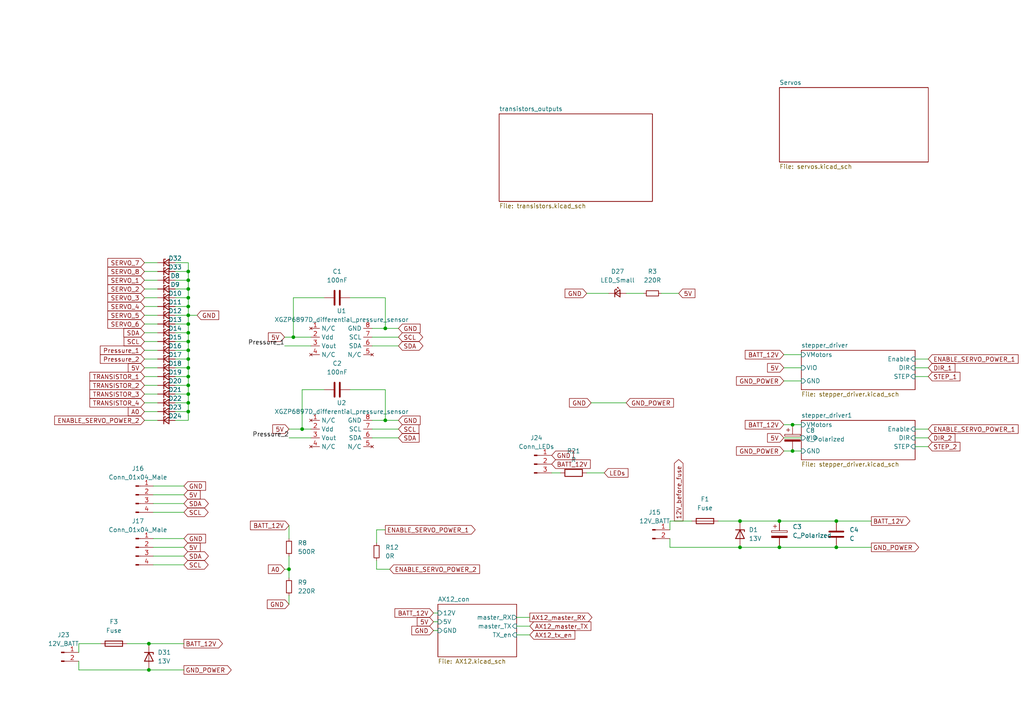
<source format=kicad_sch>
(kicad_sch (version 20211123) (generator eeschema)
  (paper "A4")
  (junction (at 229.87 130.81))
  (junction (at 351.79 106.68))
  (junction (at 54.61 114.3))
  (junction (at 54.61 78.74))
  (junction (at 85.09 97.79))
  (junction (at 229.87 123.19))
  (junction (at 351.79 96.52))
  (junction (at 54.61 93.98))
  (junction (at 54.61 116.84))
  (junction (at 54.61 119.38))
  (junction (at 351.79 104.14))
  (junction (at 54.61 109.22))
  (junction (at 54.61 86.36))
  (junction (at 54.61 81.28))
  (junction (at 43.18 186.69))
  (junction (at 226.06 158.75))
  (junction (at 54.61 99.06))
  (junction (at 111.76 121.92))
  (junction (at 54.61 101.6))
  (junction (at 242.57 158.75))
  (junction (at 351.79 93.98))
  (junction (at 54.61 88.9))
  (junction (at 87.63 124.46))
  (junction (at 54.61 96.52))
  (junction (at 43.18 194.31))
  (junction (at 54.61 111.76))
  (junction (at 54.61 106.68))
  (junction (at 111.76 95.25))
  (junction (at 351.79 88.9))
  (junction (at 214.63 151.13))
  (junction (at 351.79 91.44))
  (junction (at 83.82 165.1))
  (junction (at 54.61 91.44))
  (junction (at 242.57 151.13))
  (junction (at 214.63 158.75))
  (junction (at 226.06 151.13))
  (junction (at 54.61 83.82))
  (junction (at 54.61 104.14))
  (no_connect (at 417.83 96.52))
  (no_connect (at 417.83 55.88))
  (no_connect (at 388.62 -8.89))
  (no_connect (at 461.01 35.56))
  (no_connect (at 488.95 132.08))
  (no_connect (at 417.83 99.06))
  (no_connect (at 506.73 90.17))
  (no_connect (at 351.79 63.5))
  (no_connect (at 383.54 -8.89))
  (no_connect (at 478.79 132.08))
  (no_connect (at 504.19 132.08))
  (no_connect (at 381 -8.89))
  (no_connect (at 486.41 119.38))
  (no_connect (at 417.83 66.04))
  (no_connect (at 417.83 43.18))
  (no_connect (at 417.83 63.5))
  (no_connect (at 417.83 76.2))
  (no_connect (at 417.83 58.42))
  (no_connect (at 351.79 27.94))
  (no_connect (at 417.83 53.34))
  (no_connect (at 417.83 78.74))
  (no_connect (at 461.01 101.6))
  (no_connect (at 417.83 45.72))
  (no_connect (at 351.79 111.76))
  (no_connect (at 351.79 15.24))
  (no_connect (at 486.41 132.08))
  (no_connect (at 473.71 132.08))
  (no_connect (at 461.01 99.06))
  (no_connect (at 476.25 119.38))
  (no_connect (at 506.73 87.63))
  (no_connect (at 417.83 33.02))
  (no_connect (at 417.83 104.14))
  (no_connect (at 494.03 132.08))
  (no_connect (at 351.79 7.62))
  (no_connect (at 501.65 119.38))
  (no_connect (at 417.83 73.66))
  (no_connect (at 351.79 76.2))
  (no_connect (at 461.01 104.14))
  (no_connect (at 417.83 83.82))
  (no_connect (at 417.83 81.28))
  (no_connect (at 461.01 45.72))
  (no_connect (at 351.79 55.88))
  (no_connect (at 506.73 74.93))
  (no_connect (at 461.01 91.44))
  (no_connect (at 351.79 101.6))
  (no_connect (at 417.83 35.56))
  (no_connect (at 351.79 12.7))
  (no_connect (at 504.19 119.38))
  (no_connect (at 506.73 92.71))
  (no_connect (at 506.73 85.09))
  (no_connect (at 417.83 106.68))
  (no_connect (at 478.79 119.38))
  (no_connect (at 417.83 40.64))
  (no_connect (at 351.79 50.8))
  (no_connect (at 473.71 119.38))
  (no_connect (at 417.83 38.1))
  (no_connect (at 351.79 71.12))
  (no_connect (at 496.57 119.38))
  (no_connect (at 491.49 132.08))
  (no_connect (at 417.83 60.96))
  (no_connect (at 417.83 48.26))
  (no_connect (at 351.79 30.48))
  (no_connect (at 483.87 132.08))
  (no_connect (at 506.73 100.33))
  (no_connect (at 461.01 76.2))
  (no_connect (at 461.01 96.52))
  (no_connect (at 499.11 132.08))
  (no_connect (at 417.83 68.58))
  (no_connect (at 506.73 102.87))
  (no_connect (at 481.33 119.38))
  (no_connect (at 499.11 119.38))
  (no_connect (at 378.46 -8.89))
  (no_connect (at 351.79 66.04))
  (no_connect (at 391.16 -8.89))
  (no_connect (at 461.01 30.48))
  (no_connect (at 461.01 78.74))
  (no_connect (at 351.79 25.4))
  (no_connect (at 351.79 99.06))
  (no_connect (at 417.83 86.36))
  (no_connect (at 351.79 22.86))
  (no_connect (at 417.83 71.12))
  (no_connect (at 351.79 53.34))
  (no_connect (at 461.01 88.9))
  (no_connect (at 506.73 132.08))
  (no_connect (at 351.79 2.54))
  (no_connect (at 351.79 73.66))
  (no_connect (at 351.79 83.82))
  (no_connect (at 461.01 33.02))
  (no_connect (at 417.83 109.22))
  (no_connect (at 351.79 81.28))
  (no_connect (at 501.65 132.08))
  (no_connect (at 417.83 88.9))
  (no_connect (at 417.83 91.44))
  (no_connect (at 483.87 119.38))
  (no_connect (at 351.79 60.96))
  (no_connect (at 386.08 -8.89))
  (no_connect (at 417.83 50.8))
  (no_connect (at 351.79 10.16))
  (no_connect (at 417.83 111.76))
  (no_connect (at 496.57 132.08))
  (no_connect (at 488.95 119.38))
  (no_connect (at 417.83 101.6))
  (no_connect (at 461.01 93.98))
  (no_connect (at 494.03 119.38))
  (no_connect (at 506.73 72.39))
  (no_connect (at 351.79 5.08))
  (no_connect (at 351.79 58.42))
  (no_connect (at 417.83 93.98))
  (no_connect (at 476.25 132.08))
  (no_connect (at 481.33 132.08))
  (no_connect (at 491.49 119.38))
  (no_connect (at 351.79 68.58))
  (no_connect (at 506.73 25.4))
  (wire (pts (xy 351.79 106.68) (xy 351.79 109.22)))
  (wire (pts (xy 54.61 114.3) (xy 50.8 114.3)))
  (wire (pts (xy 208.28 151.13) (xy 214.63 151.13)))
  (wire (pts (xy 426.72 7.62) (xy 417.83 7.62)))
  (wire (pts (xy 107.95 97.79) (xy 115.57 97.79)))
  (wire (pts (xy 54.61 78.74) (xy 54.61 81.28)))
  (wire (pts (xy 194.31 153.67) (xy 194.31 151.13)))
  (wire (pts (xy 44.45 148.59) (xy 53.34 148.59)))
  (wire (pts (xy 44.45 156.21) (xy 53.34 156.21)))
  (wire (pts (xy 499.11 69.85) (xy 506.73 69.85)))
  (wire (pts (xy 194.31 158.75) (xy 194.31 156.21)))
  (wire (pts (xy 111.76 113.03) (xy 111.76 121.92)))
  (wire (pts (xy 54.61 76.2) (xy 54.61 78.74)))
  (wire (pts (xy 325.12 43.18) (xy 351.79 43.18)))
  (wire (pts (xy 54.61 116.84) (xy 54.61 119.38)))
  (wire (pts (xy 85.09 86.36) (xy 85.09 97.79)))
  (wire (pts (xy 54.61 91.44) (xy 54.61 93.98)))
  (wire (pts (xy 41.91 119.38) (xy 45.72 119.38)))
  (wire (pts (xy 83.82 165.1) (xy 83.82 167.64)))
  (wire (pts (xy 499.11 40.64) (xy 506.73 40.64)))
  (wire (pts (xy 54.61 81.28) (xy 54.61 83.82)))
  (wire (pts (xy 426.72 5.08) (xy 417.83 5.08)))
  (wire (pts (xy 499.11 43.18) (xy 506.73 43.18)))
  (wire (pts (xy 50.8 81.28) (xy 54.61 81.28)))
  (wire (pts (xy 107.95 121.92) (xy 111.76 121.92)))
  (wire (pts (xy 41.91 76.2) (xy 45.72 76.2)))
  (wire (pts (xy 82.55 97.79) (xy 85.09 97.79)))
  (wire (pts (xy 425.45 25.4) (xy 417.83 25.4)))
  (wire (pts (xy 499.11 22.86) (xy 506.73 22.86)))
  (wire (pts (xy 41.91 88.9) (xy 45.72 88.9)))
  (wire (pts (xy 325.12 45.72) (xy 351.79 45.72)))
  (wire (pts (xy 171.45 116.84) (xy 181.61 116.84)))
  (wire (pts (xy 242.57 158.75) (xy 252.73 158.75)))
  (wire (pts (xy 426.72 2.54) (xy 417.83 2.54)))
  (wire (pts (xy 461.01 63.5) (xy 467.36 63.5)))
  (wire (pts (xy 160.02 137.16) (xy 162.56 137.16)))
  (wire (pts (xy 41.91 121.92) (xy 45.72 121.92)))
  (wire (pts (xy 265.43 109.22) (xy 269.24 109.22)))
  (wire (pts (xy 107.95 127) (xy 115.57 127)))
  (wire (pts (xy 426.72 12.7) (xy 417.83 12.7)))
  (wire (pts (xy 43.18 186.69) (xy 53.34 186.69)))
  (wire (pts (xy 41.91 114.3) (xy 45.72 114.3)))
  (wire (pts (xy 170.18 137.16) (xy 175.26 137.16)))
  (wire (pts (xy 109.22 165.1) (xy 109.22 162.56)))
  (wire (pts (xy 499.11 30.48) (xy 506.73 30.48)))
  (wire (pts (xy 107.95 95.25) (xy 111.76 95.25)))
  (wire (pts (xy 191.77 85.09) (xy 196.85 85.09)))
  (wire (pts (xy 149.86 181.61) (xy 153.67 181.61)))
  (wire (pts (xy 461.01 73.66) (xy 467.36 73.66)))
  (wire (pts (xy 229.87 130.81) (xy 232.41 130.81)))
  (wire (pts (xy 214.63 151.13) (xy 226.06 151.13)))
  (wire (pts (xy 41.91 96.52) (xy 45.72 96.52)))
  (wire (pts (xy 54.61 93.98) (xy 54.61 96.52)))
  (wire (pts (xy 194.31 151.13) (xy 200.66 151.13)))
  (wire (pts (xy 87.63 113.03) (xy 87.63 124.46)))
  (wire (pts (xy 54.61 121.92) (xy 50.8 121.92)))
  (wire (pts (xy 214.63 158.75) (xy 226.06 158.75)))
  (wire (pts (xy 181.61 85.09) (xy 186.69 85.09)))
  (wire (pts (xy 109.22 153.67) (xy 111.76 153.67)))
  (wire (pts (xy 509.27 118.11) (xy 509.27 119.38)))
  (wire (pts (xy 499.11 59.69) (xy 506.73 59.69)))
  (wire (pts (xy 499.11 38.1) (xy 506.73 38.1)))
  (wire (pts (xy 349.25 17.78) (xy 351.79 17.78)))
  (wire (pts (xy 87.63 124.46) (xy 90.17 124.46)))
  (wire (pts (xy 50.8 78.74) (xy 54.61 78.74)))
  (wire (pts (xy 44.45 146.05) (xy 53.34 146.05)))
  (wire (pts (xy 41.91 101.6) (xy 45.72 101.6)))
  (wire (pts (xy 41.91 78.74) (xy 45.72 78.74)))
  (wire (pts (xy 425.45 20.32) (xy 417.83 20.32)))
  (wire (pts (xy 41.91 111.76) (xy 45.72 111.76)))
  (wire (pts (xy 351.79 104.14) (xy 351.79 106.68)))
  (wire (pts (xy 41.91 104.14) (xy 45.72 104.14)))
  (wire (pts (xy 265.43 124.46) (xy 269.24 124.46)))
  (wire (pts (xy 43.18 194.31) (xy 53.34 194.31)))
  (wire (pts (xy 226.06 158.75) (xy 242.57 158.75)))
  (wire (pts (xy 54.61 101.6) (xy 54.61 104.14)))
  (wire (pts (xy 54.61 116.84) (xy 50.8 116.84)))
  (wire (pts (xy 461.01 40.64) (xy 468.63 40.64)))
  (wire (pts (xy 461.01 43.18) (xy 468.63 43.18)))
  (wire (pts (xy 227.33 123.19) (xy 229.87 123.19)))
  (wire (pts (xy 50.8 93.98) (xy 54.61 93.98)))
  (wire (pts (xy 54.61 119.38) (xy 50.8 119.38)))
  (wire (pts (xy 325.12 40.64) (xy 351.79 40.64)))
  (wire (pts (xy 83.82 152.4) (xy 83.82 156.21)))
  (wire (pts (xy 425.45 17.78) (xy 417.83 17.78)))
  (wire (pts (xy 22.86 186.69) (xy 29.21 186.69)))
  (wire (pts (xy 50.8 91.44) (xy 54.61 91.44)))
  (wire (pts (xy 44.45 163.83) (xy 53.34 163.83)))
  (wire (pts (xy 54.61 86.36) (xy 54.61 88.9)))
  (wire (pts (xy 93.98 86.36) (xy 85.09 86.36)))
  (wire (pts (xy 44.45 161.29) (xy 53.34 161.29)))
  (wire (pts (xy 426.72 15.24) (xy 417.83 15.24)))
  (wire (pts (xy 83.82 124.46) (xy 87.63 124.46)))
  (wire (pts (xy 426.72 10.16) (xy 417.83 10.16)))
  (wire (pts (xy 41.91 93.98) (xy 45.72 93.98)))
  (wire (pts (xy 22.86 194.31) (xy 22.86 191.77)))
  (wire (pts (xy 461.01 68.58) (xy 467.36 68.58)))
  (wire (pts (xy 499.11 67.31) (xy 506.73 67.31)))
  (wire (pts (xy 461.01 38.1) (xy 468.63 38.1)))
  (wire (pts (xy 54.61 106.68) (xy 54.61 109.22)))
  (wire (pts (xy 499.11 62.23) (xy 506.73 62.23)))
  (wire (pts (xy 227.33 102.87) (xy 232.41 102.87)))
  (wire (pts (xy 54.61 111.76) (xy 54.61 114.3)))
  (wire (pts (xy 54.61 83.82) (xy 54.61 86.36)))
  (wire (pts (xy 50.8 106.68) (xy 54.61 106.68)))
  (wire (pts (xy 44.45 143.51) (xy 53.34 143.51)))
  (wire (pts (xy 54.61 104.14) (xy 54.61 106.68)))
  (wire (pts (xy 111.76 121.92) (xy 115.57 121.92)))
  (wire (pts (xy 54.61 96.52) (xy 54.61 99.06)))
  (wire (pts (xy 347.98 104.14) (xy 351.79 104.14)))
  (wire (pts (xy 41.91 106.68) (xy 45.72 106.68)))
  (wire (pts (xy 499.11 64.77) (xy 506.73 64.77)))
  (wire (pts (xy 50.8 83.82) (xy 54.61 83.82)))
  (wire (pts (xy 349.25 20.32) (xy 351.79 20.32)))
  (wire (pts (xy 50.8 101.6) (xy 54.61 101.6)))
  (wire (pts (xy 499.11 33.02) (xy 506.73 33.02)))
  (wire (pts (xy 461.01 71.12) (xy 467.36 71.12)))
  (wire (pts (xy 499.11 57.15) (xy 506.73 57.15)))
  (wire (pts (xy 325.12 48.26) (xy 351.79 48.26)))
  (wire (pts (xy 54.61 119.38) (xy 54.61 121.92)))
  (wire (pts (xy 44.45 158.75) (xy 53.34 158.75)))
  (wire (pts (xy 41.91 86.36) (xy 45.72 86.36)))
  (wire (pts (xy 41.91 116.84) (xy 45.72 116.84)))
  (wire (pts (xy 50.8 86.36) (xy 54.61 86.36)))
  (wire (pts (xy 111.76 95.25) (xy 115.57 95.25)))
  (wire (pts (xy 107.95 100.33) (xy 115.57 100.33)))
  (wire (pts (xy 82.55 100.33) (xy 90.17 100.33)))
  (wire (pts (xy 54.61 99.06) (xy 50.8 99.06)))
  (wire (pts (xy 351.79 91.44) (xy 351.79 93.98)))
  (wire (pts (xy 22.86 194.31) (xy 43.18 194.31)))
  (wire (pts (xy 111.76 86.36) (xy 111.76 95.25)))
  (wire (pts (xy 54.61 109.22) (xy 54.61 111.76)))
  (wire (pts (xy 227.33 130.81) (xy 229.87 130.81)))
  (wire (pts (xy 54.61 88.9) (xy 54.61 91.44)))
  (wire (pts (xy 50.8 76.2) (xy 54.61 76.2)))
  (wire (pts (xy 265.43 127) (xy 269.24 127)))
  (wire (pts (xy 113.03 165.1) (xy 109.22 165.1)))
  (wire (pts (xy 499.11 35.56) (xy 506.73 35.56)))
  (wire (pts (xy 41.91 91.44) (xy 45.72 91.44)))
  (wire (pts (xy 54.61 114.3) (xy 54.61 116.84)))
  (wire (pts (xy 44.45 140.97) (xy 53.34 140.97)))
  (wire (pts (xy 227.33 110.49) (xy 232.41 110.49)))
  (wire (pts (xy 50.8 96.52) (xy 54.61 96.52)))
  (wire (pts (xy 36.83 186.69) (xy 43.18 186.69)))
  (wire (pts (xy 149.86 184.15) (xy 153.67 184.15)))
  (wire (pts (xy 50.8 88.9) (xy 54.61 88.9)))
  (wire (pts (xy 509.27 133.35) (xy 509.27 132.08)))
  (wire (pts (xy 109.22 153.67) (xy 109.22 157.48)))
  (wire (pts (xy 41.91 81.28) (xy 45.72 81.28)))
  (wire (pts (xy 425.45 30.48) (xy 417.83 30.48)))
  (wire (pts (xy 41.91 83.82) (xy 45.72 83.82)))
  (wire (pts (xy 50.8 111.76) (xy 54.61 111.76)))
  (wire (pts (xy 265.43 104.14) (xy 269.24 104.14)))
  (wire (pts (xy 54.61 109.22) (xy 50.8 109.22)))
  (wire (pts (xy 227.33 127) (xy 232.41 127)))
  (wire (pts (xy 83.82 127) (xy 90.17 127)))
  (wire (pts (xy 226.06 151.13) (xy 242.57 151.13)))
  (wire (pts (xy 107.95 124.46) (xy 115.57 124.46)))
  (wire (pts (xy 125.73 177.8) (xy 127 177.8)))
  (wire (pts (xy 82.55 165.1) (xy 83.82 165.1)))
  (wire (pts (xy 125.73 180.34) (xy 127 180.34)))
  (wire (pts (xy 54.61 99.06) (xy 54.61 101.6)))
  (wire (pts (xy 83.82 172.72) (xy 83.82 175.26)))
  (wire (pts (xy 85.09 97.79) (xy 90.17 97.79)))
  (wire (pts (xy 54.61 104.14) (xy 50.8 104.14)))
  (wire (pts (xy 351.79 93.98) (xy 351.79 96.52)))
  (wire (pts (xy 41.91 109.22) (xy 45.72 109.22)))
  (wire (pts (xy 351.79 96.52) (xy 351.79 97.79)))
  (wire (pts (xy 83.82 161.29) (xy 83.82 165.1)))
  (wire (pts (xy 499.11 20.32) (xy 506.73 20.32)))
  (wire (pts (xy 347.98 88.9) (xy 351.79 88.9)))
  (wire (pts (xy 425.45 27.94) (xy 417.83 27.94)))
  (wire (pts (xy 499.11 27.94) (xy 506.73 27.94)))
  (wire (pts (xy 325.12 35.56) (xy 351.79 35.56)))
  (wire (pts (xy 41.91 99.06) (xy 45.72 99.06)))
  (wire (pts (xy 325.12 38.1) (xy 351.79 38.1)))
  (wire (pts (xy 242.57 151.13) (xy 252.73 151.13)))
  (wire (pts (xy 229.87 123.19) (xy 232.41 123.19)))
  (wire (pts (xy 227.33 106.68) (xy 232.41 106.68)))
  (wire (pts (xy 54.61 91.44) (xy 57.15 91.44)))
  (wire (pts (xy 351.79 88.9) (xy 351.79 91.44)))
  (wire (pts (xy 125.73 182.88) (xy 127 182.88)))
  (wire (pts (xy 149.86 179.07) (xy 153.67 179.07)))
  (wire (pts (xy 425.45 22.86) (xy 417.83 22.86)))
  (wire (pts (xy 461.01 60.96) (xy 467.36 60.96)))
  (wire (pts (xy 265.43 129.54) (xy 269.24 129.54)))
  (wire (pts (xy 461.01 66.04) (xy 467.36 66.04)))
  (wire (pts (xy 194.31 158.75) (xy 214.63 158.75)))
  (wire (pts (xy 101.6 86.36) (xy 111.76 86.36)))
  (wire (pts (xy 93.98 113.03) (xy 87.63 113.03)))
  (wire (pts (xy 22.86 189.23) (xy 22.86 186.69)))
  (wire (pts (xy 101.6 113.03) (xy 111.76 113.03)))
  (wire (pts (xy 265.43 106.68) (xy 269.24 106.68)))
  (wire (pts (xy 170.18 85.09) (xy 176.53 85.09)))
  (text "SDA/SCL" (at 499.11 102.87 0) (effects (font (size 1.27 1.27)) (justify left bottom)))
  (label "Pressure_2" (at 83.82 127 180))
  (label "Pressure_1" (at 82.55 100.33 180))
  (global_label "SERVO_2" (shape output) (at 426.72 10.16 0) (property "Intersheet References" "${INTERSHEET_REFS}" (effects hide)))
  (global_label "SDA" (shape bidirectional) (at 53.34 161.29 0) (property "Intersheet References" "${INTERSHEET_REFS}" (effects hide)))
  (global_label "ENABLE_SERVO_POWER_1" (shape output) (at 111.76 153.67 0) (property "Intersheet References" "${INTERSHEET_REFS}" (effects hide)))
  (global_label "AX12_master_TX" (shape input) (at 153.67 181.61 0) (property "Intersheet References" "${INTERSHEET_REFS}" (effects hide)))
  (global_label "5V" (shape bidirectional) (at 509.27 133.35 270) (property "Intersheet References" "${INTERSHEET_REFS}" (effects hide)))
  (global_label "SPI_MOSI" (shape output) (at 471.17 132.08 270) (property "Intersheet References" "${INTERSHEET_REFS}" (effects hide)))
  (global_label "SERVO_6" (shape input) (at 41.91 93.98 180) (property "Intersheet References" "${INTERSHEET_REFS}" (effects hide)))
  (global_label "GND" (shape input) (at 53.34 140.97 0) (property "Intersheet References" "${INTERSHEET_REFS}" (effects hide)))
  (global_label "SERVO_4" (shape output) (at 499.11 40.64 180) (property "Intersheet References" "${INTERSHEET_REFS}" (effects hide)))
  (global_label "SCL" (shape bidirectional) (at 53.34 148.59 0) (property "Intersheet References" "${INTERSHEET_REFS}" (effects hide)))
  (global_label "SERVO_5" (shape output) (at 499.11 38.1 180) (property "Intersheet References" "${INTERSHEET_REFS}" (effects hide)))
  (global_label "GND" (shape input) (at 160.02 132.08 0) (property "Intersheet References" "${INTERSHEET_REFS}" (effects hide)))
  (global_label "5V" (shape input) (at 83.82 124.46 180) (property "Intersheet References" "${INTERSHEET_REFS}" (effects hide)))
  (global_label "AX12_tx_en" (shape input) (at 153.67 184.15 0) (property "Intersheet References" "${INTERSHEET_REFS}" (effects hide)))
  (global_label "GND" (shape input) (at 115.57 95.25 0) (property "Intersheet References" "${INTERSHEET_REFS}" (effects hide)))
  (global_label "BATT_12V" (shape input) (at 227.33 102.87 180) (property "Intersheet References" "${INTERSHEET_REFS}" (effects hide)))
  (global_label "SDA" (shape bidirectional) (at 467.36 71.12 0) (property "Intersheet References" "${INTERSHEET_REFS}" (effects hide)))
  (global_label "LEDs" (shape input) (at 175.26 137.16 0) (property "Intersheet References" "${INTERSHEET_REFS}" (effects hide)))
  (global_label "5V" (shape input) (at 125.73 180.34 180) (property "Intersheet References" "${INTERSHEET_REFS}" (effects hide)))
  (global_label "SERVO_5" (shape input) (at 41.91 91.44 180) (property "Intersheet References" "${INTERSHEET_REFS}" (effects hide)))
  (global_label "SDA" (shape bidirectional) (at 115.57 100.33 0) (property "Intersheet References" "${INTERSHEET_REFS}" (effects hide)))
  (global_label "A0" (shape input) (at 41.91 119.38 180) (property "Intersheet References" "${INTERSHEET_REFS}" (effects hide)))
  (global_label "5V" (shape input) (at 53.34 158.75 0) (property "Intersheet References" "${INTERSHEET_REFS}" (effects hide)))
  (global_label "SERVO_7" (shape input) (at 41.91 76.2 180) (property "Intersheet References" "${INTERSHEET_REFS}" (effects hide)))
  (global_label "ENABLE_SERVO_POWER_1" (shape input) (at 269.24 104.14 0) (property "Intersheet References" "${INTERSHEET_REFS}" (effects hide)))
  (global_label "GND" (shape input) (at 171.45 116.84 180) (property "Intersheet References" "${INTERSHEET_REFS}" (effects hide)))
  (global_label "AX12_master_RX" (shape output) (at 153.67 179.07 0) (property "Intersheet References" "${INTERSHEET_REFS}" (effects hide)))
  (global_label "AX12_master_RX" (shape input) (at 506.73 97.79 180) (property "Intersheet References" "${INTERSHEET_REFS}" (effects hide)))
  (global_label "SPI_MOSI" (shape input) (at 455.93 153.67 0) (property "Intersheet References" "${INTERSHEET_REFS}" (effects hide)))
  (global_label "5V" (shape bidirectional) (at 468.63 38.1 0) (property "Intersheet References" "${INTERSHEET_REFS}" (effects hide)))
  (global_label "TRANSISTOR_1" (shape output) (at 426.72 2.54 0) (property "Intersheet References" "${INTERSHEET_REFS}" (effects hide)))
  (global_label "BATT_12V" (shape input) (at 227.33 123.19 180) (property "Intersheet References" "${INTERSHEET_REFS}" (effects hide)))
  (global_label "TRANSISTOR_2" (shape output) (at 499.11 64.77 180) (property "Intersheet References" "${INTERSHEET_REFS}" (effects hide)))
  (global_label "TRANSISTOR_3" (shape output) (at 425.45 17.78 0) (property "Intersheet References" "${INTERSHEET_REFS}" (effects hide)))
  (global_label "5V" (shape input) (at 227.33 127 180) (property "Intersheet References" "${INTERSHEET_REFS}" (effects hide)))
  (global_label "5V" (shape input) (at 196.85 85.09 0) (property "Intersheet References" "${INTERSHEET_REFS}" (effects hide)))
  (global_label "A0" (shape input) (at 82.55 165.1 180) (property "Intersheet References" "${INTERSHEET_REFS}" (effects hide)))
  (global_label "TRANSISTOR_3" (shape input) (at 41.91 114.3 180) (property "Intersheet References" "${INTERSHEET_REFS}" (effects hide)))
  (global_label "SERVO_8" (shape output) (at 425.45 30.48 0) (property "Intersheet References" "${INTERSHEET_REFS}" (effects hide)))
  (global_label "BATT_12V" (shape input) (at 83.82 152.4 180) (property "Intersheet References" "${INTERSHEET_REFS}" (effects hide)))
  (global_label "ENABLE_SERVO_POWER_2" (shape output) (at 467.36 63.5 0) (property "Intersheet References" "${INTERSHEET_REFS}" (effects hide)))
  (global_label "SCL" (shape bidirectional) (at 325.12 48.26 180) (property "Intersheet References" "${INTERSHEET_REFS}" (effects hide)))
  (global_label "BATT_12V" (shape input) (at 125.73 177.8 180) (property "Intersheet References" "${INTERSHEET_REFS}" (effects hide)))
  (global_label "GND" (shape input) (at 466.09 119.38 90) (property "Intersheet References" "${INTERSHEET_REFS}" (effects hide)))
  (global_label "SPI_MISO" (shape output) (at 455.93 146.05 0) (property "Intersheet References" "${INTERSHEET_REFS}" (effects hide)))
  (global_label "SPI_SS" (shape output) (at 468.63 132.08 270) (property "Intersheet References" "${INTERSHEET_REFS}" (effects hide)))
  (global_label "SDA" (shape input) (at 115.57 127 0) (property "Intersheet References" "${INTERSHEET_REFS}" (effects hide)))
  (global_label "GND" (shape input) (at 499.11 27.94 180) (property "Intersheet References" "${INTERSHEET_REFS}" (effects hide)))
  (global_label "ENABLE_SERVO_POWER_2" (shape output) (at 325.12 38.1 180) (property "Intersheet References" "${INTERSHEET_REFS}" (effects hide)))
  (global_label "SERVO_2" (shape output) (at 499.11 62.23 180) (property "Intersheet References" "${INTERSHEET_REFS}" (effects hide)))
  (global_label "ENABLE_SERVO_POWER_2" (shape input) (at 41.91 121.92 180) (property "Intersheet References" "${INTERSHEET_REFS}" (effects hide)))
  (global_label "SPI_SS" (shape input) (at 455.93 151.13 0) (property "Intersheet References" "${INTERSHEET_REFS}" (effects hide)))
  (global_label "SERVO_2" (shape input) (at 41.91 83.82 180) (property "Intersheet References" "${INTERSHEET_REFS}" (effects hide)))
  (global_label "SERVO_8" (shape output) (at 499.11 30.48 180) (property "Intersheet References" "${INTERSHEET_REFS}" (effects hide)))
  (global_label "GND" (shape input) (at 466.09 132.08 270) (property "Intersheet References" "${INTERSHEET_REFS}" (effects hide)))
  (global_label "BATT_12V" (shape output) (at 252.73 151.13 0) (property "Intersheet References" "${INTERSHEET_REFS}" (effects hide)))
  (global_label "SCL" (shape input) (at 41.91 99.06 180) (property "Intersheet References" "${INTERSHEET_REFS}" (effects hide)))
  (global_label "SERVO_1" (shape input) (at 41.91 81.28 180) (property "Intersheet References" "${INTERSHEET_REFS}" (effects hide)))
  (global_label "AX12_master_TX" (shape output) (at 349.25 20.32 180) (property "Intersheet References" "${INTERSHEET_REFS}" (effects hide)))
  (global_label "SERVO_5" (shape output) (at 425.45 22.86 0) (property "Intersheet References" "${INTERSHEET_REFS}" (effects hide)))
  (global_label "SERVO_8" (shape input) (at 41.91 78.74 180) (property "Intersheet References" "${INTERSHEET_REFS}" (effects hide)))
  (global_label "TRANSISTOR_2" (shape input) (at 41.91 111.76 180) (property "Intersheet References" "${INTERSHEET_REFS}" (effects hide)))
  (global_label "SCL" (shape bidirectional) (at 115.57 97.79 0) (property "Intersheet References" "${INTERSHEET_REFS}" (effects hide)))
  (global_label "GND" (shape input) (at 468.63 43.18 0) (property "Intersheet References" "${INTERSHEET_REFS}" (effects hide)))
  (global_label "Pressure_1" (shape input) (at 325.12 40.64 180) (property "Intersheet References" "${INTERSHEET_REFS}" (effects hide)))
  (global_label "TRANSISTOR_4" (shape output) (at 425.45 27.94 0) (property "Intersheet References" "${INTERSHEET_REFS}" (effects hide)))
  (global_label "GND" (shape input) (at 468.63 40.64 0) (property "Intersheet References" "${INTERSHEET_REFS}" (effects hide)))
  (global_label "SCL" (shape bidirectional) (at 467.36 73.66 0) (property "Intersheet References" "${INTERSHEET_REFS}" (effects hide)))
  (global_label "GND" (shape input) (at 57.15 91.44 0) (property "Intersheet References" "${INTERSHEET_REFS}" (effects hide)))
  (global_label "Pressure_1" (shape input) (at 41.91 101.6 180) (property "Intersheet References" "${INTERSHEET_REFS}" (effects hide)))
  (global_label "GND_POWER" (shape input) (at 227.33 130.81 180) (property "Intersheet References" "${INTERSHEET_REFS}" (effects hide)))
  (global_label "5V" (shape bidirectional) (at 347.98 104.14 180) (property "Intersheet References" "${INTERSHEET_REFS}" (effects hide)))
  (global_label "5V" (shape bidirectional) (at 509.27 118.11 90) (property "Intersheet References" "${INTERSHEET_REFS}" (effects hide)))
  (global_label "5V" (shape input) (at 53.34 143.51 0) (property "Intersheet References" "${INTERSHEET_REFS}" (effects hide)))
  (global_label "5V" (shape input) (at 82.55 97.79 180) (property "Intersheet References" "${INTERSHEET_REFS}" (effects hide)))
  (global_label "TRANSISTOR_1" (shape input) (at 41.91 109.22 180) (property "Intersheet References" "${INTERSHEET_REFS}" (effects hide)))
  (global_label "SERVO_7" (shape output) (at 499.11 57.15 180) (property "Intersheet References" "${INTERSHEET_REFS}" (effects hide)))
  (global_label "SERVO_4" (shape output) (at 425.45 20.32 0) (property "Intersheet References" "${INTERSHEET_REFS}" (effects hide)))
  (global_label "TRANSISTOR_2" (shape output) (at 426.72 7.62 0) (property "Intersheet References" "${INTERSHEET_REFS}" (effects hide)))
  (global_label "AX12_master_TX" (shape output) (at 506.73 95.25 180) (property "Intersheet References" "${INTERSHEET_REFS}" (effects hide)))
  (global_label "5V" (shape input) (at 41.91 106.68 180) (property "Intersheet References" "${INTERSHEET_REFS}" (effects hide)))
  (global_label "GND" (shape input) (at 53.34 156.21 0) (property "Intersheet References" "${INTERSHEET_REFS}" (effects hide)))
  (global_label "SDA" (shape input) (at 41.91 96.52 180) (property "Intersheet References" "${INTERSHEET_REFS}" (effects hide)))
  (global_label "SPI_SCK" (shape output) (at 468.63 119.38 90) (property "Intersheet References" "${INTERSHEET_REFS}" (effects hide)))
  (global_label "GND" (shape input) (at 83.82 175.26 180) (property "Intersheet References" "${INTERSHEET_REFS}" (effects hide)))
  (global_label "TRANSISTOR_4" (shape output) (at 499.11 33.02 180) (property "Intersheet References" "${INTERSHEET_REFS}" (effects hide)))
  (global_label "AX12_tx_en" (shape output) (at 506.73 119.38 90) (property "Intersheet References" "${INTERSHEET_REFS}" (effects hide)))
  (global_label "DIR_1" (shape input) (at 269.24 106.68 0) (property "Intersheet References" "${INTERSHEET_REFS}" (effects hide)))
  (global_label "BATT_12V" (shape input) (at 160.02 134.62 0) (property "Intersheet References" "${INTERSHEET_REFS}" (effects hide)))
  (global_label "Pressure_2" (shape input) (at 325.12 43.18 180) (property "Intersheet References" "${INTERSHEET_REFS}" (effects hide)))
  (global_label "SCL" (shape bidirectional) (at 499.11 20.32 180) (property "Intersheet References" "${INTERSHEET_REFS}" (effects hide)))
  (global_label "TRANSISTOR_1" (shape output) (at 499.11 69.85 180) (property "Intersheet References" "${INTERSHEET_REFS}" (effects hide)))
  (global_label "GND_POWER" (shape output) (at 252.73 158.75 0) (property "Intersheet References" "${INTERSHEET_REFS}" (effects hide)))
  (global_label "STEP_1" (shape input) (at 269.24 109.22 0) (property "Intersheet References" "${INTERSHEET_REFS}" (effects hide)))
  (global_label "Pressure_1" (shape input) (at 467.36 66.04 0) (property "Intersheet References" "${INTERSHEET_REFS}" (effects hide)))
  (global_label "SERVO_6" (shape output) (at 499.11 35.56 180) (property "Intersheet References" "${INTERSHEET_REFS}" (effects hide)))
  (global_label "SERVO_7" (shape output) (at 426.72 15.24 0) (property "Intersheet References" "${INTERSHEET_REFS}" (effects hide)))
  (global_label "SPI_MISO" (shape input) (at 471.17 119.38 90) (property "Intersheet References" "${INTERSHEET_REFS}" (effects hide)))
  (global_label "GND_POWER" (shape output) (at 53.34 194.31 0) (property "Intersheet References" "${INTERSHEET_REFS}" (effects hide)))
  (global_label "GND" (shape input) (at 347.98 88.9 180) (property "Intersheet References" "${INTERSHEET_REFS}" (effects hide)))
  (global_label "ENABLE_SERVO_POWER_1" (shape input) (at 269.24 124.46 0) (property "Intersheet References" "${INTERSHEET_REFS}" (effects hide)))
  (global_label "STEP_2" (shape input) (at 269.24 129.54 0) (property "Intersheet References" "${INTERSHEET_REFS}" (effects hide)))
  (global_label "SERVO_1" (shape output) (at 426.72 5.08 0) (property "Intersheet References" "${INTERSHEET_REFS}" (effects hide)))
  (global_label "A0" (shape output) (at 325.12 35.56 180) (property "Intersheet References" "${INTERSHEET_REFS}" (effects hide)))
  (global_label "SPI_SCK" (shape input) (at 455.93 148.59 0) (property "Intersheet References" "${INTERSHEET_REFS}" (effects hide)))
  (global_label "SERVO_1" (shape output) (at 499.11 67.31 180) (property "Intersheet References" "${INTERSHEET_REFS}" (effects hide)))
  (global_label "Pressure_2" (shape input) (at 467.36 68.58 0) (property "Intersheet References" "${INTERSHEET_REFS}" (effects hide)))
  (global_label "SERVO_3" (shape output) (at 426.72 12.7 0) (property "Intersheet References" "${INTERSHEET_REFS}" (effects hide)))
  (global_label "SDA" (shape bidirectional) (at 53.34 146.05 0) (property "Intersheet References" "${INTERSHEET_REFS}" (effects hide)))
  (global_label "SCL" (shape bidirectional) (at 53.34 163.83 0) (property "Intersheet References" "${INTERSHEET_REFS}" (effects hide)))
  (global_label "GND" (shape input) (at 455.93 158.75 0) (property "Intersheet References" "${INTERSHEET_REFS}" (effects hide)))
  (global_label "Pressure_2" (shape input) (at 41.91 104.14 180) (property "Intersheet References" "${INTERSHEET_REFS}" (effects hide)))
  (global_label "AX12_master_RX" (shape input) (at 349.25 17.78 180) (property "Intersheet References" "${INTERSHEET_REFS}" (effects hide)))
  (global_label "GND_POWER" (shape input) (at 227.33 110.49 180) (property "Intersheet References" "${INTERSHEET_REFS}" (effects hide)))
  (global_label "DIR_2" (shape input) (at 269.24 127 0) (property "Intersheet References" "${INTERSHEET_REFS}" (effects hide)))
  (global_label "TRANSISTOR_3" (shape output) (at 499.11 43.18 180) (property "Intersheet References" "${INTERSHEET_REFS}" (effects hide)))
  (global_label "5V" (shape input) (at 227.33 106.68 180) (property "Intersheet References" "${INTERSHEET_REFS}" (effects hide)))
  (global_label "GND" (shape input) (at 170.18 85.09 180) (property "Intersheet References" "${INTERSHEET_REFS}" (effects hide)))
  (global_label "SDA" (shape bidirectional) (at 325.12 45.72 180) (property "Intersheet References" "${INTERSHEET_REFS}" (effects hide)))
  (global_label "SERVO_3" (shape output) (at 499.11 59.69 180) (property "Intersheet References" "${INTERSHEET_REFS}" (effects hide)))
  (global_label "SERVO_4" (shape input) (at 41.91 88.9 180) (property "Intersheet References" "${INTERSHEET_REFS}" (effects hide)))
  (global_label "GND" (shape input) (at 115.57 121.92 0) (property "Intersheet References" "${INTERSHEET_REFS}" (effects hide)))
  (global_label "SERVO_6" (shape output) (at 425.45 25.4 0) (property "Intersheet References" "${INTERSHEET_REFS}" (effects hide)))
  (global_label "GND_POWER" (shape input) (at 181.61 116.84 0) (property "Intersheet References" "${INTERSHEET_REFS}" (effects hide)))
  (global_label "BATT_12V" (shape output) (at 53.34 186.69 0) (property "Intersheet References" "${INTERSHEET_REFS}" (effects hide)))
  (global_label "GND" (shape input) (at 125.73 182.88 180) (property "Intersheet References" "${INTERSHEET_REFS}" (effects hide)))
  (global_label "SERVO_3" (shape input) (at 41.91 86.36 180) (property "Intersheet References" "${INTERSHEET_REFS}" (effects hide)))
  (global_label "SCL" (shape input) (at 115.57 124.46 0) (property "Intersheet References" "${INTERSHEET_REFS}" (effects hide)))
  (global_label "A0" (shape output) (at 467.36 60.96 0) (property "Intersheet References" "${INTERSHEET_REFS}" (effects hide)))
  (global_label "12V_before_fuse" (shape output) (at 196.85 151.13 90) (property "Intersheet References" "${INTERSHEET_REFS}" (effects hide)))
  (global_label "LEDs" (shape output) (at 461.01 86.36 0) (property "Intersheet References" "${INTERSHEET_REFS}" (effects hide)))
  (global_label "5V" (shape input) (at 455.93 156.21 0) (property "Intersheet References" "${INTERSHEET_REFS}" (effects hide)))
  (global_label "ENABLE_SERVO_POWER_2" (shape input) (at 113.03 165.1 0) (property "Intersheet References" "${INTERSHEET_REFS}" (effects hide)))
  (global_label "TRANSISTOR_4" (shape input) (at 41.91 116.84 180) (property "Intersheet References" "${INTERSHEET_REFS}" (effects hide)))
  (global_label "SDA" (shape bidirectional) (at 499.11 22.86 180) (property "Intersheet References" "${INTERSHEET_REFS}" (effects hide)))
  (symbol (lib_id "Connector:Conn_01x10_Male") (at 511.81 33.02 180) (unit 1)
    (property "Reference" "J3" (at 511.175 45.72 0))
    (property "Value" "Conn_Arduino_D8_D13" (at 511.175 43.18 0))
    (property "Footprint" "Connector_PinHeader_2.54mm:PinHeader_1x10_P2.54mm_Vertical" (effects hide))
  )
  (symbol (lib_id "Device:D_Zener_Small") (at 48.26 81.28 0) (unit 1)
    (property "Reference" "D8" (at 50.8 80.01 0))
    (property "Value" "D_Zener_Small" (effects hide))
    (property "Footprint" "Diode_SMD:D_1206_3216Metric" (effects hide))
  )
  (symbol (lib_id "Device:D_Zener_Small") (at 48.26 106.68 0) (unit 1)
    (property "Reference" "D18" (at 50.8 105.41 0))
    (property "Value" "D_Zener_Small" (effects hide))
    (property "Footprint" "Diode_SMD:D_1206_3216Metric" (effects hide))
  )
  (symbol (lib_id "Device:D_Zener_Small") (at 48.26 121.92 0) (unit 1)
    (property "Reference" "D24" (at 50.8 120.65 0))
    (property "Value" "D_Zener_Small" (effects hide))
    (property "Footprint" "Diode_SMD:D_1206_3216Metric" (effects hide))
  )
  (symbol (lib_id "Connector:Conn_01x06_Male") (at 450.85 151.13 0) (unit 1)
    (property "Reference" "J22" (at 451.485 140.97 0))
    (property "Value" "Conn_01x06_Male" (at 451.485 143.51 0))
    (property "Footprint" "Connector_PinHeader_2.54mm:PinHeader_1x06_P2.54mm_Vertical" (effects hide))
  )
  (symbol (lib_id "Device:D_Zener_Small") (at 48.26 109.22 0) (unit 1)
    (property "Reference" "D19" (at 50.8 107.95 0))
    (property "Value" "D_Zener_Small" (effects hide))
    (property "Footprint" "Diode_SMD:D_1206_3216Metric" (effects hide))
  )
  (symbol (lib_id "Device:LED_Small") (at 179.07 85.09 0) (unit 1)
    (property "Reference" "D27" (at 179.1335 78.74 0))
    (property "Value" "LED_Small" (at 179.1335 81.28 0))
    (property "Footprint" "LED_SMD:LED_0805_2012Metric" (effects hide))
  )
  (symbol (lib_id "Connector:Conn_01x08_Male") (at 511.81 67.31 180) (unit 1)
    (property "Reference" "J4" (at 511.175 80.01 0))
    (property "Value" "Conn_Arduino_D0_D7" (at 511.175 77.47 0))
    (property "Footprint" "Connector_PinHeader_2.54mm:PinHeader_1x08_P2.54mm_Vertical" (effects hide))
  )
  (symbol (lib_id "Connector:Conn_01x08_Male") (at 455.93 68.58 0) (unit 1)
    (property "Reference" "J2" (at 456.565 55.88 0))
    (property "Value" "Conn_Arduino_D0_D7" (at 456.565 58.42 0))
    (property "Footprint" "Connector_PinHeader_2.54mm:PinHeader_1x08_P2.54mm_Vertical" (effects hide))
  )
  (symbol (lib_id "Device:Fuse") (at 204.47 151.13 270) (unit 1)
    (property "Reference" "F1" (at 204.47 144.78 90))
    (property "Value" "Fuse" (at 204.47 147.32 90))
    (property "Footprint" "Resistor_THT:R_Axial_DIN0411_L9.9mm_D3.6mm_P15.24mm_Horizontal" (effects hide))
  )
  (symbol (lib_id "Device:D_Zener_Small") (at 48.26 116.84 0) (unit 1)
    (property "Reference" "D22" (at 50.8 115.57 0))
    (property "Value" "D_Zener_Small" (effects hide))
    (property "Footprint" "Diode_SMD:D_1206_3216Metric" (effects hide))
  )
  (symbol (lib_id "Device:D_Zener_Small") (at 48.26 91.44 0) (unit 1)
    (property "Reference" "D12" (at 50.8 90.17 0))
    (property "Value" "D_Zener_Small" (effects hide))
    (property "Footprint" "Diode_SMD:D_1206_3216Metric" (effects hide))
  )
  (symbol (lib_id "Device:D_Zener_Small") (at 48.26 104.14 0) (unit 1)
    (property "Reference" "D17" (at 50.8 102.87 0))
    (property "Value" "D_Zener_Small" (effects hide))
    (property "Footprint" "Diode_SMD:D_1206_3216Metric" (effects hide))
  )
  (symbol (lib_id "Connector:Conn_01x02_Male") (at 189.23 153.67 0) (unit 1)
    (property "Reference" "J15" (at 189.865 148.59 0))
    (property "Value" "12V_BATT" (at 189.865 151.13 0))
    (property "Footprint" "Connector_Phoenix_MC:PhoenixContact_MC_1,5_2-G-3.81_1x02_P3.81mm_Horizontal" (effects hide))
  )
  (symbol (lib_id "Connector:Conn_01x02_Male") (at 17.78 189.23 0) (unit 1)
    (property "Reference" "J23" (at 18.415 184.15 0))
    (property "Value" "12V_BATT" (at 18.415 186.69 0))
    (property "Footprint" "Connector_Phoenix_MC:PhoenixContact_MCV_1,5_2-G-3.81_1x02_P3.81mm_Vertical" (effects hide))
  )
  (symbol (lib_id "Device:D_Zener_Small") (at 48.26 101.6 0) (unit 1)
    (property "Reference" "D16" (at 50.8 100.33 0))
    (property "Value" "D_Zener_Small" (effects hide))
    (property "Footprint" "Diode_SMD:D_1206_3216Metric" (effects hide))
  )
  (symbol (lib_id "Connector:Conn_01x04_Male") (at 39.37 158.75 0) (unit 1)
    (property "Reference" "J17" (at 40.005 151.13 0))
    (property "Value" "Conn_01x04_Male" (at 40.005 153.67 0))
    (property "Footprint" "Connector_PinHeader_2.54mm:PinHeader_1x04_P2.54mm_Vertical" (effects hide))
  )
  (symbol (lib_id "Device:D_Zener_Small") (at 48.26 83.82 0) (unit 1)
    (property "Reference" "D9" (at 50.8 82.55 0))
    (property "Value" "D_Zener_Small" (effects hide))
    (property "Footprint" "Diode_SMD:D_1206_3216Metric" (effects hide))
  )
  (symbol (lib_id "Device:D_Zener_Small") (at 48.26 119.38 0) (unit 1)
    (property "Reference" "D23" (at 50.8 118.11 0))
    (property "Value" "D_Zener_Small" (effects hide))
    (property "Footprint" "Diode_SMD:D_1206_3216Metric" (effects hide))
  )
  (symbol (lib_id "Connector:Conn_01x08_Male") (at 455.93 93.98 0) (unit 1)
    (property "Reference" "J26" (at 456.565 81.28 0))
    (property "Value" "Conn_Arduino_D0_D7" (at 456.565 83.82 0))
    (property "Footprint" "Connector_PinHeader_2.54mm:PinHeader_1x08_P2.54mm_Vertical" (effects hide))
  )
  (symbol (lib_id "Device:R_Small") (at 109.22 160.02 180) (unit 1)
    (property "Reference" "R12" (at 111.76 158.7499 0) (effects (justify right)))
    (property "Value" "0R" (at 111.76 161.2899 0) (effects (justify right)))
    (property "Footprint" "Resistor_SMD:R_0603_1608Metric" (effects hide))
  )
  (symbol (lib_id "Device:D_Zener_Small") (at 48.26 78.74 0) (unit 1)
    (property "Reference" "D33" (at 50.8 77.47 0))
    (property "Value" "D_Zener_Small" (effects hide))
    (property "Footprint" "Diode_SMD:D_1206_3216Metric" (effects hide))
  )
  (symbol (lib_id "Device:C") (at 97.79 113.03 270) (unit 1)
    (property "Reference" "C2" (at 97.79 105.41 90))
    (property "Value" "100nF" (at 97.79 107.95 90))
    (property "Footprint" "Capacitor_SMD:C_0805_2012Metric" (effects hide))
  )
  (symbol (lib_id "Device:D_Zener_Small") (at 48.26 86.36 0) (unit 1)
    (property "Reference" "D10" (at 50.8 85.09 0))
    (property "Value" "D_Zener_Small" (effects hide))
    (property "Footprint" "Diode_SMD:D_1206_3216Metric" (effects hide))
  )
  (symbol (lib_id "Arduino:Arduino_Mega2560_Shield") (at 384.81 57.15 0) (unit 1) (on_board no)
    (property "Reference" "XA1" (at 384.81 118.11 0) (effects (font (size 1.524 1.524))))
    (property "Value" "Arduino_Mega2560_Shield" (at 384.81 121.92 0) (effects (font (size 1.524 1.524))))
    (property "Footprint" "Arduino_Library:Arduino_Mega2560_Shield" (effects hide))
    (property "Datasheet" "https://docs.arduino.cc/hardware/mega-2560" (effects hide))
  )
  (symbol (lib_id "Device:Fuse") (at 33.02 186.69 270) (unit 1)
    (property "Reference" "F3" (at 33.02 180.34 90))
    (property "Value" "Fuse" (at 33.02 182.88 90))
    (property "Footprint" "Resistor_THT:R_Axial_DIN0411_L9.9mm_D3.6mm_P15.24mm_Horizontal" (effects hide))
  )
  (symbol (lib_id "Device:D_Zener_Small") (at 48.26 88.9 0) (unit 1)
    (property "Reference" "D11" (at 50.8 87.63 0))
    (property "Value" "D_Zener_Small" (effects hide))
    (property "Footprint" "Diode_SMD:D_1206_3216Metric" (effects hide))
  )
  (symbol (lib_id "Device:R") (at 166.37 137.16 90) (unit 1)
    (property "Reference" "R21" (at 166.37 130.81 90))
    (property "Value" "R" (at 166.37 133.35 90))
    (property "Footprint" "Resistor_SMD:R_0805_2012Metric" (effects hide))
  )
  (symbol (lib_id "Device:C") (at 97.79 86.36 270) (unit 1)
    (property "Reference" "C1" (at 97.79 78.74 90))
    (property "Value" "100nF" (at 97.79 81.28 90))
    (property "Footprint" "Capacitor_SMD:C_0805_2012Metric" (effects hide))
  )
  (symbol (lib_id "Connector:Conn_01x08_Male") (at 511.81 95.25 180) (unit 1)
    (property "Reference" "J27" (at 511.175 107.95 0))
    (property "Value" "Conn_Arduino_D0_D7" (at 511.175 105.41 0))
    (property "Footprint" "Connector_PinHeader_2.54mm:PinHeader_1x08_P2.54mm_Vertical" (effects hide))
  )
  (symbol (lib_id "Connector:Conn_01x04_Male") (at 39.37 143.51 0) (unit 1)
    (property "Reference" "J16" (at 40.005 135.89 0))
    (property "Value" "Conn_01x04_Male" (at 40.005 138.43 0))
    (property "Footprint" "Connector_PinHeader_2.54mm:PinHeader_1x04_P2.54mm_Vertical" (effects hide))
  )
  (symbol (lib_id "Device:R_Small") (at 189.23 85.09 90) (unit 1)
    (property "Reference" "R3" (at 189.23 78.74 90))
    (property "Value" "220R" (at 189.23 81.28 90))
    (property "Footprint" "Resistor_SMD:R_0603_1608Metric" (effects hide))
  )
  (symbol (lib_id "Device:D_Zener_Small") (at 48.26 114.3 0) (unit 1)
    (property "Reference" "D21" (at 50.8 113.03 0))
    (property "Value" "D_Zener_Small" (effects hide))
    (property "Footprint" "Diode_SMD:D_1206_3216Metric" (effects hide))
  )
  (symbol (lib_id "Device:D_Zener_Small") (at 48.26 93.98 0) (unit 1)
    (property "Reference" "D13" (at 50.8 92.71 0))
    (property "Value" "D_Zener_Small" (effects hide))
    (property "Footprint" "Diode_SMD:D_1206_3216Metric" (effects hide))
  )
  (symbol (lib_id "Device:D_Zener_Small") (at 48.26 96.52 0) (unit 1)
    (property "Reference" "D14" (at 50.8 95.25 0))
    (property "Value" "D_Zener_Small" (effects hide))
    (property "Footprint" "Diode_SMD:D_1206_3216Metric" (effects hide))
  )
  (symbol (lib_id "Device:D_Zener") (at 214.63 154.94 270) (unit 1)
    (property "Reference" "D1" (at 217.17 153.6699 90) (effects (justify left)))
    (property "Value" "13V" (at 217.17 156.2099 90) (effects (justify left)))
    (property "Footprint" "Diode_SMD:D_1206_3216Metric" (effects hide))
  )
  (symbol (lib_id "Device:C_Polarized") (at 229.87 127 0) (unit 1)
    (property "Reference" "C8" (at 233.68 124.8409 0) (effects (justify left)))
    (property "Value" "C_Polarized" (at 233.68 127.3809 0) (effects (justify left)))
    (property "Footprint" "Capacitor_THT:CP_Radial_D10.0mm_P5.00mm" (effects hide))
  )
  (symbol (lib_id "New_Library_Victor:XGZP6897D_differential_pressure_sensor") (at 100.33 119.38 0) (unit 1)
    (property "Reference" "U2" (at 99.06 116.84 0))
    (property "Value" "XGZP6897D_differential_pressure_sensor" (at 99.06 119.38 0))
    (property "Footprint" "LibraryVictor:SOIC-8_7.5x5.85mm_P1.27mm" (effects hide))
  )
  (symbol (lib_id "Device:D_Zener_Small") (at 48.26 76.2 0) (unit 1)
    (property "Reference" "D32" (at 50.8 74.93 0))
    (property "Value" "D_Zener_Small" (effects hide))
    (property "Footprint" "Diode_SMD:D_1206_3216Metric" (effects hide))
  )
  (symbol (lib_id "New_Library_Victor:XGZP6897D_differential_pressure_sensor") (at 100.33 92.71 0) (unit 1)
    (property "Reference" "U1" (at 99.06 90.17 0))
    (property "Value" "XGZP6897D_differential_pressure_sensor" (at 99.06 92.71 0))
    (property "Footprint" "LibraryVictor:SOIC-8_7.5x5.85mm_P1.27mm" (effects hide))
  )
  (symbol (lib_id "Device:R_Small") (at 83.82 170.18 0) (unit 1)
    (property "Reference" "R9" (at 86.36 168.9099 0) (effects (justify left)))
    (property "Value" "220R" (at 86.36 171.4499 0) (effects (justify left)))
    (property "Footprint" "Resistor_SMD:R_0603_1608Metric" (effects hide))
  )
  (symbol (lib_id "Connector:Conn_01x07_Male") (at 455.93 38.1 0) (unit 1)
    (property "Reference" "J1" (at 456.565 25.4 0))
    (property "Value" "Conn_Arduino_Power" (at 456.565 27.94 0))
    (property "Footprint" "Connector_PinHeader_2.54mm:PinHeader_1x07_P2.54mm_Vertical" (effects hide))
  )
  (symbol (lib_id "Device:C") (at 242.57 154.94 0) (unit 1)
    (property "Reference" "C4" (at 246.38 153.6699 0) (effects (justify left)))
    (property "Value" "C" (at 246.38 156.2099 0) (effects (justify left)))
    (property "Footprint" "Capacitor_SMD:C_0805_2012Metric" (effects hide))
  )
  (symbol (lib_id "Connector:Conn_01x03_Male") (at 154.94 134.62 0) (unit 1)
    (property "Reference" "J24" (at 155.575 127 0))
    (property "Value" "Conn_LEDs" (at 155.575 129.54 0))
    (property "Footprint" "Connector_JST:JST_XH_B3B-XH-A_1x03_P2.50mm_Vertical" (effects hide))
  )
  (symbol (lib_id "Device:D_Zener_Small") (at 48.26 111.76 0) (unit 1)
    (property "Reference" "D20" (at 50.8 110.49 0))
    (property "Value" "D_Zener_Small" (effects hide))
    (property "Footprint" "Diode_SMD:D_1206_3216Metric" (effects hide))
  )
  (symbol (lib_id "Connector_Generic:Conn_02x18_Odd_Even") (at 486.41 124.46 90) (mirror x) (unit 1)
    (property "Reference" "J28" (at 463.55 124.4599 90) (effects (justify left)))
    (property "Value" "Conn_02x18_Odd_Even" (at 463.55 126.9999 90) (effects (justify left)))
    (property "Footprint" "Connector_PinHeader_2.54mm:PinHeader_2x18_P2.54mm_Vertical" (effects hide))
  )
  (symbol (lib_id "Device:D_Zener") (at 43.18 190.5 270) (unit 1)
    (property "Reference" "D31" (at 45.72 189.2299 90) (effects (justify left)))
    (property "Value" "13V" (at 45.72 191.7699 90) (effects (justify left)))
    (property "Footprint" "Diode_SMD:D_1206_3216Metric" (effects hide))
  )
  (symbol (lib_id "Device:D_Zener_Small") (at 48.26 99.06 0) (unit 1)
    (property "Reference" "D15" (at 50.8 97.79 0))
    (property "Value" "D_Zener_Small" (effects hide))
    (property "Footprint" "Diode_SMD:D_1206_3216Metric" (effects hide))
  )
  (symbol (lib_id "Device:R_Small") (at 83.82 158.75 0) (unit 1)
    (property "Reference" "R8" (at 86.36 157.4799 0) (effects (justify left)))
    (property "Value" "500R" (at 86.36 160.0199 0) (effects (justify left)))
    (property "Footprint" "Resistor_SMD:R_0603_1608Metric" (effects hide))
  )
  (symbol (lib_id "Device:C_Polarized") (at 226.06 154.94 0) (unit 1)
    (property "Reference" "C3" (at 229.87 152.7809 0) (effects (justify left)))
    (property "Value" "C_Polarized" (at 229.87 155.3209 0) (effects (justify left)))
    (property "Footprint" "Capacitor_THT:CP_Radial_D10.0mm_P5.00mm" (effects hide))
  )
  (sheet (at 226.06 25.4) (size 43.18 21.59) (stroke (width 0.1524))
    (property "Sheet name" "Servos" (at 226.06 24.6884 0) (effects (justify left bottom)))
    (property "Sheet file" "servos.kicad_sch" (at 226.06 47.5746 0) (effects (justify left top)))
  )
  (sheet (at 232.41 101.6) (size 33.02 11.43) (stroke (width 0.1524))
    (property "Sheet name" "stepper_driver" (at 232.41 100.8884 0) (effects (justify left bottom)))
    (property "Sheet file" "stepper_driver.kicad_sch" (at 232.41 113.6146 0) (effects (justify left top)))
    (pin "VMotors" input (at 232.41 102.87 180))
    (pin "VIO" input (at 232.41 106.68 180))
    (pin "Enable" input (at 265.43 104.14 0))
    (pin "DIR" input (at 265.43 106.68 0))
    (pin "GND" input (at 232.41 110.49 180))
    (pin "STEP" input (at 265.43 109.22 0))
  )
  (sheet (at 127 175.26) (size 22.86 15.24) (stroke (width 0.1524))
    (property "Sheet name" "AX12_con" (at 127 174.5484 0) (effects (justify left bottom)))
    (property "Sheet file" "AX12.kicad_sch" (at 127 191.0846 0) (effects (justify left top)))
    (pin "GND" input (at 127 182.88 180))
    (pin "12V" input (at 127 177.8 180))
    (pin "5V" input (at 127 180.34 180))
    (pin "master_RX" output (at 149.86 179.07 0))
    (pin "master_TX" input (at 149.86 181.61 0))
    (pin "TX_en" input (at 149.86 184.15 0))
  )
  (sheet (at 144.78 33.02) (size 44.45 25.4) (stroke (width 0.1524))
    (property "Sheet name" "transistors_outputs" (at 144.78 32.3084 0) (effects (justify left bottom)))
    (property "Sheet file" "transistors.kicad_sch" (at 144.78 59.0046 0) (effects (justify left top)))
  )
  (sheet (at 232.41 121.92) (size 33.02 11.43) (stroke (width 0.1524))
    (property "Sheet name" "stepper_driver1" (at 232.41 121.2084 0) (effects (justify left bottom)))
    (property "Sheet file" "stepper_driver.kicad_sch" (at 232.41 133.9346 0) (effects (justify left top)))
    (pin "VMotors" input (at 232.41 123.19 180))
    (pin "VIO" input (at 232.41 127 180))
    (pin "Enable" input (at 265.43 124.46 0))
    (pin "DIR" input (at 265.43 127 0))
    (pin "GND" input (at 232.41 130.81 180))
    (pin "STEP" input (at 265.43 129.54 0))
  )
)
</source>
